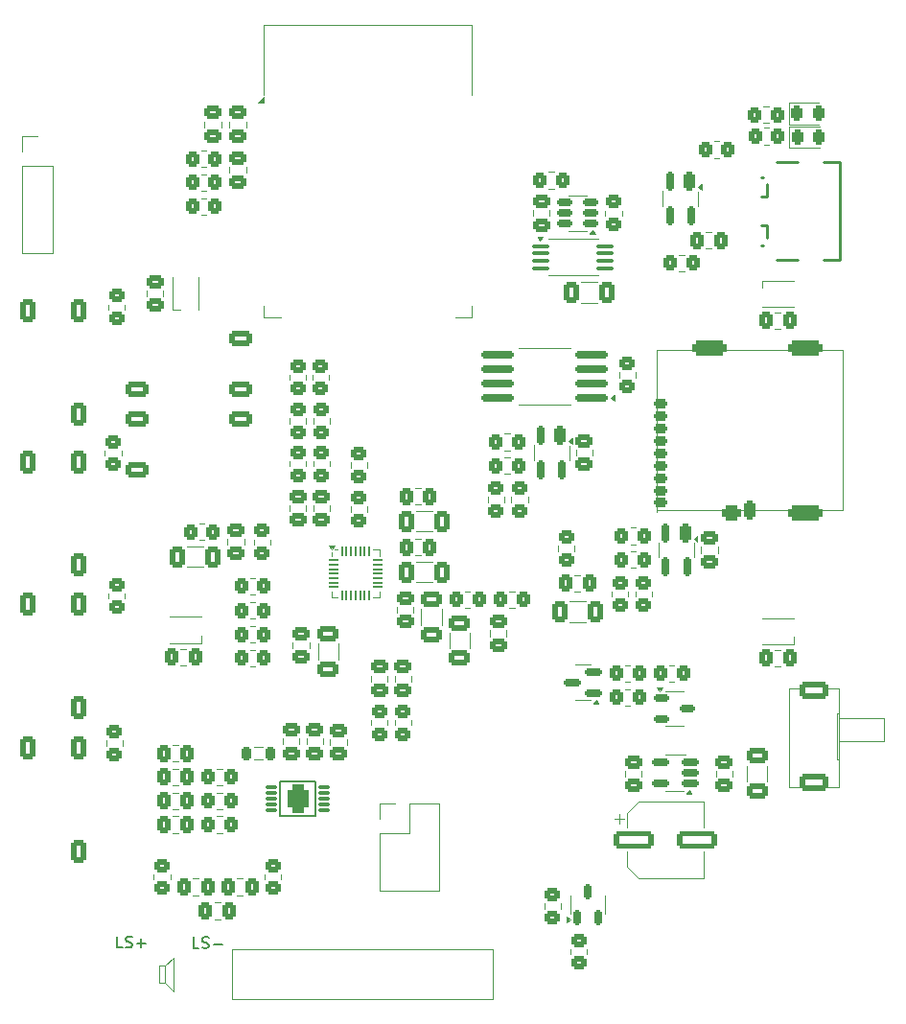
<source format=gto>
G04 #@! TF.GenerationSoftware,KiCad,Pcbnew,8.0.4*
G04 #@! TF.CreationDate,2025-04-22T14:39:33+02:00*
G04 #@! TF.ProjectId,MarvinProjekt,4d617276-696e-4507-926f-6a656b742e6b,rev?*
G04 #@! TF.SameCoordinates,Original*
G04 #@! TF.FileFunction,Legend,Top*
G04 #@! TF.FilePolarity,Positive*
%FSLAX46Y46*%
G04 Gerber Fmt 4.6, Leading zero omitted, Abs format (unit mm)*
G04 Created by KiCad (PCBNEW 8.0.4) date 2025-04-22 14:39:33*
%MOMM*%
%LPD*%
G01*
G04 APERTURE LIST*
G04 Aperture macros list*
%AMRoundRect*
0 Rectangle with rounded corners*
0 $1 Rounding radius*
0 $2 $3 $4 $5 $6 $7 $8 $9 X,Y pos of 4 corners*
0 Add a 4 corners polygon primitive as box body*
4,1,4,$2,$3,$4,$5,$6,$7,$8,$9,$2,$3,0*
0 Add four circle primitives for the rounded corners*
1,1,$1+$1,$2,$3*
1,1,$1+$1,$4,$5*
1,1,$1+$1,$6,$7*
1,1,$1+$1,$8,$9*
0 Add four rect primitives between the rounded corners*
20,1,$1+$1,$2,$3,$4,$5,0*
20,1,$1+$1,$4,$5,$6,$7,0*
20,1,$1+$1,$6,$7,$8,$9,0*
20,1,$1+$1,$8,$9,$2,$3,0*%
G04 Aperture macros list end*
%ADD10C,0.200000*%
%ADD11C,0.120000*%
%ADD12C,0.250000*%
%ADD13C,0.100000*%
%ADD14RoundRect,0.250000X-0.650000X0.412500X-0.650000X-0.412500X0.650000X-0.412500X0.650000X0.412500X0*%
%ADD15RoundRect,0.250000X0.350000X0.450000X-0.350000X0.450000X-0.350000X-0.450000X0.350000X-0.450000X0*%
%ADD16RoundRect,0.250000X-0.350000X-0.450000X0.350000X-0.450000X0.350000X0.450000X-0.350000X0.450000X0*%
%ADD17RoundRect,0.250000X-0.450000X0.350000X-0.450000X-0.350000X0.450000X-0.350000X0.450000X0.350000X0*%
%ADD18RoundRect,0.250000X0.450000X-0.350000X0.450000X0.350000X-0.450000X0.350000X-0.450000X-0.350000X0*%
%ADD19RoundRect,0.250000X0.475000X-0.337500X0.475000X0.337500X-0.475000X0.337500X-0.475000X-0.337500X0*%
%ADD20RoundRect,0.250000X-0.412500X-0.650000X0.412500X-0.650000X0.412500X0.650000X-0.412500X0.650000X0*%
%ADD21RoundRect,0.100000X-0.637500X-0.100000X0.637500X-0.100000X0.637500X0.100000X-0.637500X0.100000X0*%
%ADD22R,0.700000X0.700000*%
%ADD23RoundRect,0.250000X-0.250000X0.600000X-0.250000X-0.600000X0.250000X-0.600000X0.250000X0.600000X0*%
%ADD24RoundRect,0.150000X-0.150000X0.700000X-0.150000X-0.700000X0.150000X-0.700000X0.150000X0.700000X0*%
%ADD25RoundRect,0.050000X-0.362500X-0.050000X0.362500X-0.050000X0.362500X0.050000X-0.362500X0.050000X0*%
%ADD26RoundRect,0.050000X-0.050000X-0.362500X0.050000X-0.362500X0.050000X0.362500X-0.050000X0.362500X0*%
%ADD27R,2.300000X2.300000*%
%ADD28C,0.750000*%
%ADD29O,2.000000X1.100000*%
%ADD30O,1.800000X1.200000*%
%ADD31R,1.300000X0.500000*%
%ADD32R,1.300000X0.280000*%
%ADD33RoundRect,0.250000X-0.337500X-0.475000X0.337500X-0.475000X0.337500X0.475000X-0.337500X0.475000X0*%
%ADD34R,2.100000X1.400000*%
%ADD35RoundRect,0.250000X-0.800000X-0.450000X0.800000X-0.450000X0.800000X0.450000X-0.800000X0.450000X0*%
%ADD36RoundRect,0.243750X-0.243750X-0.456250X0.243750X-0.456250X0.243750X0.456250X-0.243750X0.456250X0*%
%ADD37R,1.400000X2.100000*%
%ADD38RoundRect,0.250000X0.450000X-0.800000X0.450000X0.800000X-0.450000X0.800000X-0.450000X-0.800000X0*%
%ADD39RoundRect,0.250000X-0.475000X0.337500X-0.475000X-0.337500X0.475000X-0.337500X0.475000X0.337500X0*%
%ADD40RoundRect,0.250000X0.800000X0.450000X-0.800000X0.450000X-0.800000X-0.450000X0.800000X-0.450000X0*%
%ADD41RoundRect,0.200000X-0.400000X0.200000X-0.400000X-0.200000X0.400000X-0.200000X0.400000X0.200000X0*%
%ADD42RoundRect,0.325000X-0.525000X0.325000X-0.525000X-0.325000X0.525000X-0.325000X0.525000X0.325000X0*%
%ADD43RoundRect,0.325000X-1.175000X0.325000X-1.175000X-0.325000X1.175000X-0.325000X1.175000X0.325000X0*%
%ADD44R,1.700000X1.700000*%
%ADD45O,1.700000X1.700000*%
%ADD46C,3.200000*%
%ADD47RoundRect,0.250000X0.412500X0.650000X-0.412500X0.650000X-0.412500X-0.650000X0.412500X-0.650000X0*%
%ADD48RoundRect,0.075000X0.425000X-0.075000X0.425000X0.075000X-0.425000X0.075000X-0.425000X-0.075000X0*%
%ADD49RoundRect,0.475000X0.475000X-0.795000X0.475000X0.795000X-0.475000X0.795000X-0.475000X-0.795000X0*%
%ADD50R,1.500000X0.900000*%
%ADD51R,0.900000X1.500000*%
%ADD52C,0.600000*%
%ADD53R,3.900000X3.900000*%
%ADD54RoundRect,0.150000X-0.512500X-0.150000X0.512500X-0.150000X0.512500X0.150000X-0.512500X0.150000X0*%
%ADD55RoundRect,0.175000X1.250000X0.175000X-1.250000X0.175000X-1.250000X-0.175000X1.250000X-0.175000X0*%
%ADD56R,4.570000X4.450000*%
%ADD57RoundRect,0.150000X0.512500X0.150000X-0.512500X0.150000X-0.512500X-0.150000X0.512500X-0.150000X0*%
%ADD58RoundRect,0.150000X0.150000X-0.512500X0.150000X0.512500X-0.150000X0.512500X-0.150000X-0.512500X0*%
%ADD59RoundRect,0.162500X0.617500X0.162500X-0.617500X0.162500X-0.617500X-0.162500X0.617500X-0.162500X0*%
%ADD60RoundRect,0.250000X0.337500X0.475000X-0.337500X0.475000X-0.337500X-0.475000X0.337500X-0.475000X0*%
%ADD61RoundRect,0.218750X-0.218750X-0.381250X0.218750X-0.381250X0.218750X0.381250X-0.218750X0.381250X0*%
%ADD62RoundRect,0.250000X1.000000X-0.500000X1.000000X0.500000X-1.000000X0.500000X-1.000000X-0.500000X0*%
%ADD63C,1.500000*%
%ADD64RoundRect,0.250000X-1.500000X-0.550000X1.500000X-0.550000X1.500000X0.550000X-1.500000X0.550000X0*%
%ADD65RoundRect,0.150000X0.587500X0.150000X-0.587500X0.150000X-0.587500X-0.150000X0.587500X-0.150000X0*%
%ADD66C,0.100000*%
%ADD67C,3.890000*%
G04 APERTURE END LIST*
D10*
X103670863Y-164617219D02*
X103194673Y-164617219D01*
X103194673Y-164617219D02*
X103194673Y-163617219D01*
X103956578Y-164569600D02*
X104099435Y-164617219D01*
X104099435Y-164617219D02*
X104337530Y-164617219D01*
X104337530Y-164617219D02*
X104432768Y-164569600D01*
X104432768Y-164569600D02*
X104480387Y-164521980D01*
X104480387Y-164521980D02*
X104528006Y-164426742D01*
X104528006Y-164426742D02*
X104528006Y-164331504D01*
X104528006Y-164331504D02*
X104480387Y-164236266D01*
X104480387Y-164236266D02*
X104432768Y-164188647D01*
X104432768Y-164188647D02*
X104337530Y-164141028D01*
X104337530Y-164141028D02*
X104147054Y-164093409D01*
X104147054Y-164093409D02*
X104051816Y-164045790D01*
X104051816Y-164045790D02*
X104004197Y-163998171D01*
X104004197Y-163998171D02*
X103956578Y-163902933D01*
X103956578Y-163902933D02*
X103956578Y-163807695D01*
X103956578Y-163807695D02*
X104004197Y-163712457D01*
X104004197Y-163712457D02*
X104051816Y-163664838D01*
X104051816Y-163664838D02*
X104147054Y-163617219D01*
X104147054Y-163617219D02*
X104385149Y-163617219D01*
X104385149Y-163617219D02*
X104528006Y-163664838D01*
X104956578Y-164236266D02*
X105718483Y-164236266D01*
X96920863Y-164567219D02*
X96444673Y-164567219D01*
X96444673Y-164567219D02*
X96444673Y-163567219D01*
X97206578Y-164519600D02*
X97349435Y-164567219D01*
X97349435Y-164567219D02*
X97587530Y-164567219D01*
X97587530Y-164567219D02*
X97682768Y-164519600D01*
X97682768Y-164519600D02*
X97730387Y-164471980D01*
X97730387Y-164471980D02*
X97778006Y-164376742D01*
X97778006Y-164376742D02*
X97778006Y-164281504D01*
X97778006Y-164281504D02*
X97730387Y-164186266D01*
X97730387Y-164186266D02*
X97682768Y-164138647D01*
X97682768Y-164138647D02*
X97587530Y-164091028D01*
X97587530Y-164091028D02*
X97397054Y-164043409D01*
X97397054Y-164043409D02*
X97301816Y-163995790D01*
X97301816Y-163995790D02*
X97254197Y-163948171D01*
X97254197Y-163948171D02*
X97206578Y-163852933D01*
X97206578Y-163852933D02*
X97206578Y-163757695D01*
X97206578Y-163757695D02*
X97254197Y-163662457D01*
X97254197Y-163662457D02*
X97301816Y-163614838D01*
X97301816Y-163614838D02*
X97397054Y-163567219D01*
X97397054Y-163567219D02*
X97635149Y-163567219D01*
X97635149Y-163567219D02*
X97778006Y-163614838D01*
X98206578Y-164186266D02*
X98968483Y-164186266D01*
X98587530Y-164567219D02*
X98587530Y-163805314D01*
D11*
G04 #@! TO.C,C15*
X114190000Y-137726248D02*
X114190000Y-139148752D01*
X116010000Y-137726248D02*
X116010000Y-139148752D01*
G04 #@! TO.C,C9*
X123290000Y-134626248D02*
X123290000Y-136048752D01*
X125110000Y-134626248D02*
X125110000Y-136048752D01*
G04 #@! TO.C,R24*
X105727064Y-150865000D02*
X105272936Y-150865000D01*
X105727064Y-152335000D02*
X105272936Y-152335000D01*
G04 #@! TO.C,R41*
X153510436Y-90265000D02*
X153964564Y-90265000D01*
X153510436Y-91735000D02*
X153964564Y-91735000D01*
G04 #@! TO.C,R46*
X95465000Y-146272936D02*
X95465000Y-146727064D01*
X96935000Y-146272936D02*
X96935000Y-146727064D01*
G04 #@! TO.C,R16*
X111665000Y-114427064D02*
X111665000Y-113972936D01*
X113135000Y-114427064D02*
X113135000Y-113972936D01*
G04 #@! TO.C,R7*
X131527064Y-133102500D02*
X131072936Y-133102500D01*
X131527064Y-134572500D02*
X131072936Y-134572500D01*
G04 #@! TO.C,R21*
X134165000Y-161127064D02*
X134165000Y-160672936D01*
X135635000Y-161127064D02*
X135635000Y-160672936D01*
G04 #@! TO.C,C40*
X136965000Y-121098752D02*
X136965000Y-120576248D01*
X138435000Y-121098752D02*
X138435000Y-120576248D01*
G04 #@! TO.C,R29*
X131265000Y-124772936D02*
X131265000Y-125227064D01*
X132735000Y-124772936D02*
X132735000Y-125227064D01*
G04 #@! TO.C,C14*
X122888748Y-130490000D02*
X124311252Y-130490000D01*
X122888748Y-132310000D02*
X124311252Y-132310000D01*
G04 #@! TO.C,U6*
X136700000Y-101990000D02*
X134500000Y-101990000D01*
X136700000Y-101990000D02*
X138900000Y-101990000D01*
X136700000Y-105210000D02*
X134500000Y-105210000D01*
X136700000Y-105210000D02*
X138900000Y-105210000D01*
X133800000Y-102165000D02*
X133560000Y-101835000D01*
X134040000Y-101835000D01*
X133800000Y-102165000D01*
G36*
X133800000Y-102165000D02*
G01*
X133560000Y-101835000D01*
X134040000Y-101835000D01*
X133800000Y-102165000D01*
G37*
G04 #@! TO.C,U12*
X156220000Y-135450000D02*
X153380000Y-135450000D01*
X156220000Y-137750000D02*
X153380000Y-137750000D01*
X156220000Y-137750000D02*
X156220000Y-137100000D01*
G04 #@! TO.C,R20*
X118865000Y-144927064D02*
X118865000Y-144472936D01*
X120335000Y-144927064D02*
X120335000Y-144472936D01*
G04 #@! TO.C,R17*
X117065000Y-121710436D02*
X117065000Y-122164564D01*
X118535000Y-121710436D02*
X118535000Y-122164564D01*
G04 #@! TO.C,R39*
X131127064Y-121265000D02*
X130672936Y-121265000D01*
X131127064Y-122735000D02*
X130672936Y-122735000D01*
G04 #@! TO.C,D2*
X144290000Y-128787500D02*
X144290000Y-130087500D01*
X147410000Y-130087500D02*
X147410000Y-128817500D01*
X147690000Y-128677500D02*
X147360000Y-128437500D01*
X147690000Y-128197500D01*
X147690000Y-128677500D01*
G36*
X147690000Y-128677500D02*
G01*
X147360000Y-128437500D01*
X147690000Y-128197500D01*
X147690000Y-128677500D01*
G37*
G04 #@! TO.C,U2*
X115390000Y-129977500D02*
X115390000Y-129667500D01*
X115390000Y-133647500D02*
X115390000Y-133097500D01*
X115940000Y-129427500D02*
X115690000Y-129427500D01*
X115940000Y-133647500D02*
X115390000Y-133647500D01*
X119060000Y-129427500D02*
X119610000Y-129427500D01*
X119060000Y-133647500D02*
X119610000Y-133647500D01*
X119610000Y-129427500D02*
X119610000Y-129977500D01*
X119610000Y-133647500D02*
X119610000Y-133097500D01*
X115390000Y-129427500D02*
X115150000Y-129097500D01*
X115630000Y-129097500D01*
X115390000Y-129427500D01*
G36*
X115390000Y-129427500D02*
G01*
X115150000Y-129097500D01*
X115630000Y-129097500D01*
X115390000Y-129427500D01*
G37*
D12*
G04 #@! TO.C,X1*
X153460000Y-96520000D02*
X153300000Y-96520000D01*
X153460000Y-102520000D02*
X153300000Y-102520000D01*
X153820000Y-98270000D02*
X153300000Y-98270000D01*
X153820000Y-98270000D02*
X153820000Y-97160000D01*
X153820000Y-100770000D02*
X153300000Y-100770000D01*
X153820000Y-101880000D02*
X153820000Y-100770000D01*
X156530000Y-95200000D02*
X154720000Y-95200000D01*
X156530000Y-103840000D02*
X154720000Y-103840000D01*
X160270000Y-95200000D02*
X158800000Y-95200000D01*
X160270000Y-95200000D02*
X160270000Y-103840000D01*
X160270000Y-103840000D02*
X158800000Y-103840000D01*
D11*
G04 #@! TO.C,R18*
X117065000Y-125610436D02*
X117065000Y-126064564D01*
X118535000Y-125610436D02*
X118535000Y-126064564D01*
G04 #@! TO.C,R3*
X103872936Y-94165000D02*
X104327064Y-94165000D01*
X103872936Y-95635000D02*
X104327064Y-95635000D01*
G04 #@! TO.C,R42*
X140765000Y-114227064D02*
X140765000Y-113772936D01*
X142235000Y-114227064D02*
X142235000Y-113772936D01*
G04 #@! TO.C,C13*
X122851248Y-125990000D02*
X124273752Y-125990000D01*
X122851248Y-127810000D02*
X124273752Y-127810000D01*
G04 #@! TO.C,R38*
X153572936Y-92165000D02*
X154027064Y-92165000D01*
X153572936Y-93635000D02*
X154027064Y-93635000D01*
G04 #@! TO.C,C42*
X102038748Y-138165000D02*
X102561252Y-138165000D01*
X102038748Y-139635000D02*
X102561252Y-139635000D01*
G04 #@! TO.C,R25*
X99665000Y-158527064D02*
X99665000Y-158072936D01*
X101135000Y-158527064D02*
X101135000Y-158072936D01*
G04 #@! TO.C,R12*
X108627064Y-131902500D02*
X108172936Y-131902500D01*
X108627064Y-133372500D02*
X108172936Y-133372500D01*
G04 #@! TO.C,D5*
X155752500Y-89940000D02*
X155752500Y-91860000D01*
X155752500Y-91860000D02*
X158437500Y-91860000D01*
X158437500Y-89940000D02*
X155752500Y-89940000D01*
G04 #@! TO.C,C21*
X152040000Y-148488748D02*
X152040000Y-149911252D01*
X153860000Y-148488748D02*
X153860000Y-149911252D01*
G04 #@! TO.C,C34*
X136388748Y-133990000D02*
X137811252Y-133990000D01*
X136388748Y-135810000D02*
X137811252Y-135810000D01*
G04 #@! TO.C,R35*
X139565000Y-99927064D02*
X139565000Y-99472936D01*
X141035000Y-99927064D02*
X141035000Y-99472936D01*
G04 #@! TO.C,R2*
X146527064Y-103365000D02*
X146072936Y-103365000D01*
X146527064Y-104835000D02*
X146072936Y-104835000D01*
G04 #@! TO.C,R1*
X149627064Y-93365000D02*
X149172936Y-93365000D01*
X149627064Y-94835000D02*
X149172936Y-94835000D01*
G04 #@! TO.C,R51*
X113665000Y-113972936D02*
X113665000Y-114427064D01*
X115135000Y-113972936D02*
X115135000Y-114427064D01*
G04 #@! TO.C,C37*
X149315000Y-148938748D02*
X149315000Y-149461252D01*
X150785000Y-148938748D02*
X150785000Y-149461252D01*
G04 #@! TO.C,R10*
X111665000Y-117810436D02*
X111665000Y-118264564D01*
X113135000Y-117810436D02*
X113135000Y-118264564D01*
G04 #@! TO.C,R31*
X140115000Y-133110436D02*
X140115000Y-133564564D01*
X141585000Y-133110436D02*
X141585000Y-133564564D01*
G04 #@! TO.C,C23*
X115265000Y-146661252D02*
X115265000Y-146138748D01*
X116735000Y-146661252D02*
X116735000Y-146138748D01*
D13*
G04 #@! TO.C,U4*
X144100000Y-111765000D02*
X160550000Y-111765000D01*
X144100000Y-126065000D02*
X144100000Y-111765000D01*
X160550000Y-111765000D02*
X160550000Y-116065000D01*
X160550000Y-115965000D02*
X160550000Y-125965000D01*
X160550000Y-125965000D02*
X144100000Y-125965000D01*
D11*
G04 #@! TO.C,C19*
X120965000Y-141061252D02*
X120965000Y-140538748D01*
X122435000Y-141061252D02*
X122435000Y-140538748D01*
G04 #@! TO.C,J2*
X88070000Y-92930000D02*
X89400000Y-92930000D01*
X88070000Y-94260000D02*
X88070000Y-92930000D01*
X88070000Y-95530000D02*
X88070000Y-103210000D01*
X88070000Y-95530000D02*
X90730000Y-95530000D01*
X88070000Y-103210000D02*
X90730000Y-103210000D01*
X90730000Y-95530000D02*
X90730000Y-103210000D01*
D13*
G04 #@! TO.C,LS1*
X100650000Y-166150000D02*
X101450000Y-165450000D01*
X101450000Y-165450000D02*
X101450000Y-168400000D01*
X101450000Y-168400000D02*
X100650000Y-167650000D01*
X100150000Y-166150000D02*
X100650000Y-166150000D01*
X100650000Y-167650000D01*
X100150000Y-167650000D01*
X100150000Y-166150000D01*
D11*
G04 #@! TO.C,R5*
X104164564Y-127102500D02*
X103710436Y-127102500D01*
X104164564Y-128572500D02*
X103710436Y-128572500D01*
G04 #@! TO.C,R30*
X135365000Y-129072936D02*
X135365000Y-129527064D01*
X136835000Y-129072936D02*
X136835000Y-129527064D01*
G04 #@! TO.C,C31*
X107038748Y-158465000D02*
X107561252Y-158465000D01*
X107038748Y-159935000D02*
X107561252Y-159935000D01*
G04 #@! TO.C,C17*
X122738748Y-128465000D02*
X123261252Y-128465000D01*
X122738748Y-129935000D02*
X123261252Y-129935000D01*
G04 #@! TO.C,C7*
X121165000Y-134476248D02*
X121165000Y-134998752D01*
X122635000Y-134476248D02*
X122635000Y-134998752D01*
G04 #@! TO.C,C24*
X113165000Y-146623752D02*
X113165000Y-146101248D01*
X114635000Y-146623752D02*
X114635000Y-146101248D01*
G04 #@! TO.C,C36*
X138811252Y-105790000D02*
X137388748Y-105790000D01*
X138811252Y-107610000D02*
X137388748Y-107610000D01*
G04 #@! TO.C,R48*
X141764564Y-141715000D02*
X141310436Y-141715000D01*
X141764564Y-143185000D02*
X141310436Y-143185000D01*
G04 #@! TO.C,R33*
X103872936Y-98365000D02*
X104327064Y-98365000D01*
X103872936Y-99835000D02*
X104327064Y-99835000D01*
G04 #@! TO.C,R8*
X111665000Y-122064564D02*
X111665000Y-121610436D01*
X113135000Y-122064564D02*
X113135000Y-121610436D01*
G04 #@! TO.C,R11*
X113765000Y-117810436D02*
X113765000Y-118264564D01*
X115235000Y-117810436D02*
X115235000Y-118264564D01*
G04 #@! TO.C,U3*
D10*
X110850000Y-149850000D02*
X113950000Y-149850000D01*
X113950000Y-152950000D01*
X110850000Y-152950000D01*
X110850000Y-149850000D01*
D11*
G04 #@! TO.C,U1*
X109400000Y-83040000D02*
X109400000Y-89240000D01*
X109400000Y-83040000D02*
X127800000Y-83040000D01*
X109400000Y-107890000D02*
X109400000Y-108890000D01*
X109400000Y-108890000D02*
X110900000Y-108890000D01*
X127800000Y-83040000D02*
X127800000Y-89240000D01*
X127800000Y-108890000D02*
X126300000Y-108890000D01*
X127800000Y-108890000D02*
X127800000Y-107890000D01*
X109400000Y-89915000D02*
X108900000Y-89915000D01*
X109400000Y-89415000D01*
X109400000Y-89915000D01*
G36*
X109400000Y-89915000D02*
G01*
X108900000Y-89915000D01*
X109400000Y-89415000D01*
X109400000Y-89915000D01*
G37*
G04 #@! TO.C,C2*
X104165000Y-92123752D02*
X104165000Y-91601248D01*
X105635000Y-92123752D02*
X105635000Y-91601248D01*
G04 #@! TO.C,C35*
X133165000Y-99438748D02*
X133165000Y-99961252D01*
X134635000Y-99438748D02*
X134635000Y-99961252D01*
G04 #@! TO.C,R15*
X108627064Y-136165000D02*
X108172936Y-136165000D01*
X108627064Y-137635000D02*
X108172936Y-137635000D01*
G04 #@! TO.C,C6*
X102626248Y-129127500D02*
X104048752Y-129127500D01*
X102626248Y-130947500D02*
X104048752Y-130947500D01*
G04 #@! TO.C,C29*
X101338748Y-150865000D02*
X101861252Y-150865000D01*
X101338748Y-152335000D02*
X101861252Y-152335000D01*
G04 #@! TO.C,U13*
X153380000Y-105650000D02*
X153380000Y-106300000D01*
X153380000Y-105650000D02*
X156220000Y-105650000D01*
X153380000Y-107950000D02*
X156220000Y-107950000D01*
G04 #@! TO.C,C4*
X106365000Y-95638748D02*
X106365000Y-96161252D01*
X107835000Y-95638748D02*
X107835000Y-96161252D01*
G04 #@! TO.C,D1*
X144640000Y-97750000D02*
X144640000Y-99050000D01*
X147760000Y-99050000D02*
X147760000Y-97780000D01*
X148040000Y-97640000D02*
X147710000Y-97400000D01*
X148040000Y-97160000D01*
X148040000Y-97640000D01*
G36*
X148040000Y-97640000D02*
G01*
X147710000Y-97400000D01*
X148040000Y-97160000D01*
X148040000Y-97640000D01*
G37*
G04 #@! TO.C,R4*
X108502500Y-128510436D02*
X108502500Y-128964564D01*
X109972500Y-128510436D02*
X109972500Y-128964564D01*
G04 #@! TO.C,U11*
X103920000Y-135350000D02*
X101080000Y-135350000D01*
X103920000Y-137650000D02*
X101080000Y-137650000D01*
X103920000Y-137650000D02*
X103920000Y-137000000D01*
G04 #@! TO.C,Q2*
X145637500Y-141890000D02*
X144837500Y-141890000D01*
X145637500Y-141890000D02*
X146437500Y-141890000D01*
X145637500Y-145010000D02*
X144837500Y-145010000D01*
X145637500Y-145010000D02*
X146437500Y-145010000D01*
X144337500Y-141940000D02*
X144097500Y-141610000D01*
X144577500Y-141610000D01*
X144337500Y-141940000D01*
G36*
X144337500Y-141940000D02*
G01*
X144097500Y-141610000D01*
X144577500Y-141610000D01*
X144337500Y-141940000D01*
G37*
G04 #@! TO.C,D3*
X133240000Y-120187500D02*
X133240000Y-121487500D01*
X136360000Y-121487500D02*
X136360000Y-120217500D01*
X136640000Y-120077500D02*
X136310000Y-119837500D01*
X136640000Y-119597500D01*
X136640000Y-120077500D01*
G36*
X136640000Y-120077500D02*
G01*
X136310000Y-119837500D01*
X136640000Y-119597500D01*
X136640000Y-120077500D01*
G37*
G04 #@! TO.C,C32*
X105038748Y-160565000D02*
X105561252Y-160565000D01*
X105038748Y-162035000D02*
X105561252Y-162035000D01*
G04 #@! TO.C,R9*
X113765000Y-122064564D02*
X113765000Y-121610436D01*
X115235000Y-122064564D02*
X115235000Y-121610436D01*
G04 #@! TO.C,U7*
X134210000Y-111585000D02*
X131925000Y-111585000D01*
X134210000Y-111585000D02*
X136495000Y-111585000D01*
X134210000Y-116615000D02*
X131925000Y-116615000D01*
X134210000Y-116615000D02*
X136495000Y-116615000D01*
X140375000Y-116245000D02*
X140045000Y-116005000D01*
X140375000Y-115765000D01*
X140375000Y-116245000D01*
G36*
X140375000Y-116245000D02*
G01*
X140045000Y-116005000D01*
X140375000Y-115765000D01*
X140375000Y-116245000D01*
G37*
G04 #@! TO.C,U5*
X137100000Y-98140000D02*
X136300000Y-98140000D01*
X137100000Y-98140000D02*
X137900000Y-98140000D01*
X137100000Y-101260000D02*
X136300000Y-101260000D01*
X137100000Y-101260000D02*
X137900000Y-101260000D01*
X138640000Y-101540000D02*
X138160000Y-101540000D01*
X138400000Y-101210000D01*
X138640000Y-101540000D01*
G36*
X138640000Y-101540000D02*
G01*
X138160000Y-101540000D01*
X138400000Y-101210000D01*
X138640000Y-101540000D01*
G37*
G04 #@! TO.C,C28*
X101338748Y-152965000D02*
X101861252Y-152965000D01*
X101338748Y-154435000D02*
X101861252Y-154435000D01*
G04 #@! TO.C,C41*
X99065000Y-106538748D02*
X99065000Y-107061252D01*
X100535000Y-106538748D02*
X100535000Y-107061252D01*
G04 #@! TO.C,R32*
X142215000Y-133110436D02*
X142215000Y-133564564D01*
X143685000Y-133110436D02*
X143685000Y-133564564D01*
G04 #@! TO.C,R19*
X120965000Y-144927064D02*
X120965000Y-144472936D01*
X122435000Y-144927064D02*
X122435000Y-144472936D01*
G04 #@! TO.C,U10*
D13*
X106600000Y-164700000D02*
X129600000Y-164700000D01*
X129600000Y-169100000D01*
X106600000Y-169100000D01*
X106600000Y-164700000D01*
D11*
G04 #@! TO.C,Q1*
X136440000Y-160800000D02*
X136440000Y-160000000D01*
X136440000Y-160800000D02*
X136440000Y-161600000D01*
X139560000Y-160800000D02*
X139560000Y-160000000D01*
X139560000Y-160800000D02*
X139560000Y-161600000D01*
X136490000Y-162100000D02*
X136160000Y-162340000D01*
X136160000Y-161860000D01*
X136490000Y-162100000D01*
G36*
X136490000Y-162100000D02*
G01*
X136160000Y-162340000D01*
X136160000Y-161860000D01*
X136490000Y-162100000D01*
G37*
G04 #@! TO.C,C43*
X154538748Y-138265000D02*
X155061252Y-138265000D01*
X154538748Y-139735000D02*
X155061252Y-139735000D01*
G04 #@! TO.C,U8*
X145650000Y-150710000D02*
X144850000Y-150710000D01*
X145650000Y-150710000D02*
X146450000Y-150710000D01*
X146650000Y-147490000D02*
X144850000Y-147490000D01*
X147190000Y-150990000D02*
X146710000Y-150990000D01*
X146950000Y-150660000D01*
X147190000Y-150990000D01*
G36*
X147190000Y-150990000D02*
G01*
X146710000Y-150990000D01*
X146950000Y-150660000D01*
X147190000Y-150990000D01*
G37*
G04 #@! TO.C,R43*
X95365000Y-120672936D02*
X95365000Y-121127064D01*
X96835000Y-120672936D02*
X96835000Y-121127064D01*
G04 #@! TO.C,C26*
X101861252Y-148765000D02*
X101338748Y-148765000D01*
X101861252Y-150235000D02*
X101338748Y-150235000D01*
G04 #@! TO.C,R44*
X95665000Y-133272936D02*
X95665000Y-133727064D01*
X97135000Y-133272936D02*
X97135000Y-133727064D01*
G04 #@! TO.C,R26*
X109465000Y-158527064D02*
X109465000Y-158072936D01*
X110935000Y-158527064D02*
X110935000Y-158072936D01*
G04 #@! TO.C,C44*
X155061252Y-108465000D02*
X154538748Y-108465000D01*
X155061252Y-109935000D02*
X154538748Y-109935000D01*
G04 #@! TO.C,J1*
X119670000Y-151830000D02*
X121000000Y-151830000D01*
X119670000Y-153160000D02*
X119670000Y-151830000D01*
X119670000Y-154430000D02*
X119670000Y-159570000D01*
X119670000Y-154430000D02*
X122270000Y-154430000D01*
X119670000Y-159570000D02*
X124870000Y-159570000D01*
X122270000Y-151830000D02*
X124870000Y-151830000D01*
X122270000Y-154430000D02*
X122270000Y-151830000D01*
X124870000Y-151830000D02*
X124870000Y-159570000D01*
G04 #@! TO.C,C25*
X111065000Y-146623752D02*
X111065000Y-146101248D01*
X112535000Y-146623752D02*
X112535000Y-146101248D01*
G04 #@! TO.C,C12*
X111665000Y-125476248D02*
X111665000Y-125998752D01*
X113135000Y-125476248D02*
X113135000Y-125998752D01*
G04 #@! TO.C,R27*
X103872936Y-96265000D02*
X104327064Y-96265000D01*
X103872936Y-97735000D02*
X104327064Y-97735000D01*
G04 #@! TO.C,R13*
X108627064Y-134052500D02*
X108172936Y-134052500D01*
X108627064Y-135522500D02*
X108172936Y-135522500D01*
G04 #@! TO.C,R50*
X141310436Y-139615000D02*
X141764564Y-139615000D01*
X141310436Y-141085000D02*
X141764564Y-141085000D01*
G04 #@! TO.C,R45*
X95665000Y-107772936D02*
X95665000Y-108227064D01*
X97135000Y-107772936D02*
X97135000Y-108227064D01*
G04 #@! TO.C,R34*
X135027064Y-96065000D02*
X134572936Y-96065000D01*
X135027064Y-97535000D02*
X134572936Y-97535000D01*
G04 #@! TO.C,R6*
X127627064Y-133102500D02*
X127172936Y-133102500D01*
X127627064Y-134572500D02*
X127172936Y-134572500D01*
G04 #@! TO.C,C20*
X118865000Y-141061252D02*
X118865000Y-140538748D01*
X120335000Y-141061252D02*
X120335000Y-140538748D01*
G04 #@! TO.C,R49*
X145210436Y-139615000D02*
X145664564Y-139615000D01*
X145210436Y-141085000D02*
X145664564Y-141085000D01*
G04 #@! TO.C,C11*
X113765000Y-125476248D02*
X113765000Y-125998752D01*
X115235000Y-125476248D02*
X115235000Y-125998752D01*
G04 #@! TO.C,C5*
X106202500Y-128476248D02*
X106202500Y-128998752D01*
X107672500Y-128476248D02*
X107672500Y-128998752D01*
G04 #@! TO.C,R14*
X108627064Y-138265000D02*
X108172936Y-138265000D01*
X108627064Y-139735000D02*
X108172936Y-139735000D01*
G04 #@! TO.C,R47*
X136465000Y-164672936D02*
X136465000Y-165127064D01*
X137935000Y-164672936D02*
X137935000Y-165127064D01*
G04 #@! TO.C,C16*
X122738748Y-123965000D02*
X123261252Y-123965000D01*
X122738748Y-125435000D02*
X123261252Y-125435000D01*
G04 #@! TO.C,FB1*
X108537878Y-146840000D02*
X109337122Y-146840000D01*
X108537878Y-147960000D02*
X109337122Y-147960000D01*
G04 #@! TO.C,R40*
X131127064Y-119165000D02*
X130672936Y-119165000D01*
X131127064Y-120635000D02*
X130672936Y-120635000D01*
D13*
G04 #@! TO.C,SW7*
X155800000Y-141700000D02*
X160200000Y-141700000D01*
X155800000Y-150400000D02*
X155800000Y-141700000D01*
X155800000Y-150400000D02*
X160200000Y-150400000D01*
X160000000Y-143900000D02*
X160200000Y-143900000D01*
X160000000Y-147900000D02*
X160000000Y-143900000D01*
X160200000Y-141700000D02*
X160200000Y-150400000D01*
X160200000Y-144300000D02*
X164200000Y-144300000D01*
X160200000Y-147900000D02*
X160000000Y-147900000D01*
X164200000Y-144300000D02*
X164200000Y-146300000D01*
X164200000Y-146300000D02*
X160200000Y-146300000D01*
D11*
G04 #@! TO.C,C1*
X148961252Y-101365000D02*
X148438748Y-101365000D01*
X148961252Y-102835000D02*
X148438748Y-102835000D01*
G04 #@! TO.C,C39*
X140412500Y-153190000D02*
X141200000Y-153190000D01*
X140806250Y-152796250D02*
X140806250Y-153583750D01*
X141440000Y-152691937D02*
X141440000Y-153977500D01*
X141440000Y-152691937D02*
X142504437Y-151627500D01*
X141440000Y-157383063D02*
X141440000Y-156097500D01*
X141440000Y-157383063D02*
X142504437Y-158447500D01*
X142504437Y-151627500D02*
X148260000Y-151627500D01*
X142504437Y-158447500D02*
X148260000Y-158447500D01*
X148260000Y-151627500D02*
X148260000Y-153977500D01*
X148260000Y-158447500D02*
X148260000Y-156097500D01*
G04 #@! TO.C,R37*
X142227064Y-127465000D02*
X141772936Y-127465000D01*
X142227064Y-128935000D02*
X141772936Y-128935000D01*
G04 #@! TO.C,C3*
X106365000Y-92123752D02*
X106365000Y-91601248D01*
X107835000Y-92123752D02*
X107835000Y-91601248D01*
G04 #@! TO.C,C10*
X125790000Y-136726248D02*
X125790000Y-138148752D01*
X127610000Y-136726248D02*
X127610000Y-138148752D01*
G04 #@! TO.C,R36*
X142227064Y-129565000D02*
X141772936Y-129565000D01*
X142227064Y-131035000D02*
X141772936Y-131035000D01*
G04 #@! TO.C,C8*
X129365000Y-136538748D02*
X129365000Y-137061252D01*
X130835000Y-136538748D02*
X130835000Y-137061252D01*
G04 #@! TO.C,C22*
X148015000Y-129698752D02*
X148015000Y-129176248D01*
X149485000Y-129698752D02*
X149485000Y-129176248D01*
G04 #@! TO.C,R28*
X129165000Y-124772936D02*
X129165000Y-125227064D01*
X130635000Y-124772936D02*
X130635000Y-125227064D01*
G04 #@! TO.C,Q3*
X137575000Y-139590000D02*
X136925000Y-139590000D01*
X137575000Y-139590000D02*
X138225000Y-139590000D01*
X137575000Y-142710000D02*
X136925000Y-142710000D01*
X137575000Y-142710000D02*
X138225000Y-142710000D01*
X138977500Y-142990000D02*
X138497500Y-142990000D01*
X138737500Y-142660000D01*
X138977500Y-142990000D01*
G36*
X138977500Y-142990000D02*
G01*
X138497500Y-142990000D01*
X138737500Y-142660000D01*
X138977500Y-142990000D01*
G37*
G04 #@! TO.C,C30*
X103138748Y-158465000D02*
X103661252Y-158465000D01*
X103138748Y-159935000D02*
X103661252Y-159935000D01*
G04 #@! TO.C,U9*
X101350000Y-108220000D02*
X101350000Y-105380000D01*
X101350000Y-108220000D02*
X102000000Y-108220000D01*
X103650000Y-108220000D02*
X103650000Y-105380000D01*
G04 #@! TO.C,R23*
X105272936Y-152965000D02*
X105727064Y-152965000D01*
X105272936Y-154435000D02*
X105727064Y-154435000D01*
G04 #@! TO.C,R22*
X105272936Y-148765000D02*
X105727064Y-148765000D01*
X105272936Y-150235000D02*
X105727064Y-150235000D01*
G04 #@! TO.C,C18*
X111965000Y-137613748D02*
X111965000Y-138136252D01*
X113435000Y-137613748D02*
X113435000Y-138136252D01*
G04 #@! TO.C,C33*
X136838748Y-131665000D02*
X137361252Y-131665000D01*
X136838748Y-133135000D02*
X137361252Y-133135000D01*
G04 #@! TO.C,C27*
X101338748Y-146665000D02*
X101861252Y-146665000D01*
X101338748Y-148135000D02*
X101861252Y-148135000D01*
G04 #@! TO.C,C38*
X141315000Y-149461252D02*
X141315000Y-148938748D01*
X142785000Y-149461252D02*
X142785000Y-148938748D01*
G04 #@! TO.C,D4*
X155815000Y-92040000D02*
X155815000Y-93960000D01*
X155815000Y-93960000D02*
X158500000Y-93960000D01*
X158500000Y-92040000D02*
X155815000Y-92040000D01*
G04 #@! TD*
%LPC*%
D14*
G04 #@! TO.C,C15*
X115100000Y-136875000D03*
X115100000Y-140000000D03*
G04 #@! TD*
G04 #@! TO.C,C9*
X124200000Y-133775000D03*
X124200000Y-136900000D03*
G04 #@! TD*
D15*
G04 #@! TO.C,R24*
X106500000Y-151600000D03*
X104500000Y-151600000D03*
G04 #@! TD*
D16*
G04 #@! TO.C,R41*
X152737500Y-91000000D03*
X154737500Y-91000000D03*
G04 #@! TD*
D17*
G04 #@! TO.C,R46*
X96200000Y-145500000D03*
X96200000Y-147500000D03*
G04 #@! TD*
D18*
G04 #@! TO.C,R16*
X112400000Y-115200000D03*
X112400000Y-113200000D03*
G04 #@! TD*
D15*
G04 #@! TO.C,R7*
X132300000Y-133837500D03*
X130300000Y-133837500D03*
G04 #@! TD*
D18*
G04 #@! TO.C,R21*
X134900000Y-161900000D03*
X134900000Y-159900000D03*
G04 #@! TD*
D19*
G04 #@! TO.C,C40*
X137700000Y-121875000D03*
X137700000Y-119800000D03*
G04 #@! TD*
D17*
G04 #@! TO.C,R29*
X132000000Y-124000000D03*
X132000000Y-126000000D03*
G04 #@! TD*
D20*
G04 #@! TO.C,C14*
X122037500Y-131400000D03*
X125162500Y-131400000D03*
G04 #@! TD*
D21*
G04 #@! TO.C,U6*
X133837500Y-102625000D03*
X133837500Y-103275000D03*
X133837500Y-103925000D03*
X133837500Y-104575000D03*
X139562500Y-104575000D03*
X139562500Y-103925000D03*
X139562500Y-103275000D03*
X139562500Y-102625000D03*
G04 #@! TD*
D22*
G04 #@! TO.C,U12*
X155715000Y-137150000D03*
X155715000Y-136050000D03*
X153885000Y-136050000D03*
X153885000Y-137150000D03*
G04 #@! TD*
D18*
G04 #@! TO.C,R20*
X119600000Y-145700000D03*
X119600000Y-143700000D03*
G04 #@! TD*
D17*
G04 #@! TO.C,R17*
X117800000Y-120937500D03*
X117800000Y-122937500D03*
G04 #@! TD*
D15*
G04 #@! TO.C,R39*
X131900000Y-122000000D03*
X129900000Y-122000000D03*
G04 #@! TD*
D23*
G04 #@! TO.C,D2*
X146600000Y-127937500D03*
D24*
X144900000Y-127937500D03*
X144900000Y-130937500D03*
X146800000Y-130937500D03*
G04 #@! TD*
D25*
G04 #@! TO.C,U2*
X115562500Y-130337500D03*
X115562500Y-130737500D03*
X115562500Y-131137500D03*
X115562500Y-131537500D03*
X115562500Y-131937500D03*
X115562500Y-132337500D03*
X115562500Y-132737500D03*
D26*
X116300000Y-133475000D03*
X116700000Y-133475000D03*
X117100000Y-133475000D03*
X117500000Y-133475000D03*
X117900000Y-133475000D03*
X118300000Y-133475000D03*
X118700000Y-133475000D03*
D25*
X119437500Y-132737500D03*
X119437500Y-132337500D03*
X119437500Y-131937500D03*
X119437500Y-131537500D03*
X119437500Y-131137500D03*
X119437500Y-130737500D03*
X119437500Y-130337500D03*
D26*
X118700000Y-129600000D03*
X118300000Y-129600000D03*
X117900000Y-129600000D03*
X117500000Y-129600000D03*
X117100000Y-129600000D03*
X116700000Y-129600000D03*
X116300000Y-129600000D03*
D27*
X117500000Y-131537500D03*
G04 #@! TD*
D28*
G04 #@! TO.C,X1*
X154090000Y-102410000D03*
X154090000Y-96630000D03*
D29*
X153480000Y-103840000D03*
D30*
X157680000Y-103840000D03*
D29*
X153480000Y-95200000D03*
D30*
X157680000Y-95200000D03*
D31*
X152420000Y-102720000D03*
X152420000Y-101920000D03*
D32*
X152420000Y-100770000D03*
X152420000Y-99770000D03*
X152420000Y-99270000D03*
X152420000Y-98270000D03*
D31*
X152420000Y-97120000D03*
X152420000Y-96320000D03*
D32*
X152420000Y-97770000D03*
X152420000Y-98770000D03*
X152420000Y-100270000D03*
X152420000Y-101270000D03*
G04 #@! TD*
D17*
G04 #@! TO.C,R18*
X117800000Y-124837500D03*
X117800000Y-126837500D03*
G04 #@! TD*
D16*
G04 #@! TO.C,R3*
X103100000Y-94900000D03*
X105100000Y-94900000D03*
G04 #@! TD*
D18*
G04 #@! TO.C,R42*
X141500000Y-115000000D03*
X141500000Y-113000000D03*
G04 #@! TD*
D20*
G04 #@! TO.C,C13*
X122000000Y-126900000D03*
X125125000Y-126900000D03*
G04 #@! TD*
D16*
G04 #@! TO.C,R38*
X152800000Y-92900000D03*
X154800000Y-92900000D03*
G04 #@! TD*
D33*
G04 #@! TO.C,C42*
X101262500Y-138900000D03*
X103337500Y-138900000D03*
G04 #@! TD*
D34*
G04 #@! TO.C,SW2*
X98250000Y-110729456D03*
D35*
X98250000Y-115229456D03*
X107350000Y-115229456D03*
X107350000Y-110729456D03*
G04 #@! TD*
D18*
G04 #@! TO.C,R25*
X100400000Y-159300000D03*
X100400000Y-157300000D03*
G04 #@! TD*
D15*
G04 #@! TO.C,R12*
X109400000Y-132637500D03*
X107400000Y-132637500D03*
G04 #@! TD*
D36*
G04 #@! TO.C,D5*
X156500000Y-90900000D03*
X158375000Y-90900000D03*
G04 #@! TD*
D14*
G04 #@! TO.C,C21*
X152950000Y-147637500D03*
X152950000Y-150762500D03*
G04 #@! TD*
D20*
G04 #@! TO.C,C34*
X135537500Y-134900000D03*
X138662500Y-134900000D03*
G04 #@! TD*
D18*
G04 #@! TO.C,R35*
X140300000Y-100700000D03*
X140300000Y-98700000D03*
G04 #@! TD*
D37*
G04 #@! TO.C,SW6*
X88529456Y-156050000D03*
D38*
X93029456Y-156050000D03*
X93029456Y-146950000D03*
X88529456Y-146950000D03*
G04 #@! TD*
D15*
G04 #@! TO.C,R2*
X147300000Y-104100000D03*
X145300000Y-104100000D03*
G04 #@! TD*
G04 #@! TO.C,R1*
X150400000Y-94100000D03*
X148400000Y-94100000D03*
G04 #@! TD*
D17*
G04 #@! TO.C,R51*
X114400000Y-113200000D03*
X114400000Y-115200000D03*
G04 #@! TD*
D37*
G04 #@! TO.C,SW3*
X88529456Y-130750000D03*
D38*
X93029456Y-130750000D03*
X93029456Y-121650000D03*
X88529456Y-121650000D03*
G04 #@! TD*
D39*
G04 #@! TO.C,C37*
X150050000Y-148162500D03*
X150050000Y-150237500D03*
G04 #@! TD*
D17*
G04 #@! TO.C,R10*
X112400000Y-117037500D03*
X112400000Y-119037500D03*
G04 #@! TD*
D34*
G04 #@! TO.C,SW1*
X107350000Y-122370544D03*
D40*
X107350000Y-117870544D03*
X98250000Y-117870544D03*
X98250000Y-122370544D03*
G04 #@! TD*
D17*
G04 #@! TO.C,R31*
X140850000Y-132337500D03*
X140850000Y-134337500D03*
G04 #@! TD*
D19*
G04 #@! TO.C,C23*
X116000000Y-147437500D03*
X116000000Y-145362500D03*
G04 #@! TD*
D41*
G04 #@! TO.C,U4*
X144400000Y-116545000D03*
X144400000Y-117645000D03*
X144400000Y-118745000D03*
X144400000Y-119845000D03*
X144400000Y-120945000D03*
X144400000Y-122045000D03*
X144400000Y-123145000D03*
X144400000Y-124245000D03*
X144400000Y-125245000D03*
D42*
X150700000Y-126165000D03*
D23*
X152300000Y-125965000D03*
D43*
X157250000Y-126165000D03*
X157250000Y-111635000D03*
X148750000Y-111635000D03*
G04 #@! TD*
D19*
G04 #@! TO.C,C19*
X121700000Y-141837500D03*
X121700000Y-139762500D03*
G04 #@! TD*
D44*
G04 #@! TO.C,J2*
X89400000Y-94260000D03*
D45*
X89400000Y-96800000D03*
X89400000Y-99340000D03*
X89400000Y-101880000D03*
G04 #@! TD*
D46*
G04 #@! TO.C,LS1*
X97725000Y-166900000D03*
X103925000Y-166900000D03*
G04 #@! TD*
D15*
G04 #@! TO.C,R5*
X104937500Y-127837500D03*
X102937500Y-127837500D03*
G04 #@! TD*
D17*
G04 #@! TO.C,R30*
X136100000Y-128300000D03*
X136100000Y-130300000D03*
G04 #@! TD*
D46*
G04 #@! TO.C,REF\u002A\u002A*
X90700000Y-86600000D03*
G04 #@! TD*
D33*
G04 #@! TO.C,C31*
X106262500Y-159200000D03*
X108337500Y-159200000D03*
G04 #@! TD*
G04 #@! TO.C,C17*
X121962500Y-129200000D03*
X124037500Y-129200000D03*
G04 #@! TD*
D39*
G04 #@! TO.C,C7*
X121900000Y-133700000D03*
X121900000Y-135775000D03*
G04 #@! TD*
D19*
G04 #@! TO.C,C24*
X113900000Y-147400000D03*
X113900000Y-145325000D03*
G04 #@! TD*
D47*
G04 #@! TO.C,C36*
X139662500Y-106700000D03*
X136537500Y-106700000D03*
G04 #@! TD*
D37*
G04 #@! TO.C,SW4*
X88529456Y-117450000D03*
D38*
X93029456Y-117450000D03*
X93029456Y-108350000D03*
X88529456Y-108350000D03*
G04 #@! TD*
D15*
G04 #@! TO.C,R48*
X142537500Y-142450000D03*
X140537500Y-142450000D03*
G04 #@! TD*
D16*
G04 #@! TO.C,R33*
X103100000Y-99100000D03*
X105100000Y-99100000D03*
G04 #@! TD*
D18*
G04 #@! TO.C,R8*
X112400000Y-122837500D03*
X112400000Y-120837500D03*
G04 #@! TD*
D17*
G04 #@! TO.C,R11*
X114500000Y-117037500D03*
X114500000Y-119037500D03*
G04 #@! TD*
D48*
G04 #@! TO.C,U3*
X110100000Y-150400000D03*
X110100000Y-150900000D03*
X110100000Y-151400000D03*
X110100000Y-151900000D03*
X110100000Y-152400000D03*
X114700000Y-152400000D03*
X114700000Y-151900000D03*
X114700000Y-151400000D03*
X114700000Y-150900000D03*
X114700000Y-150400000D03*
D49*
X112400000Y-151400000D03*
G04 #@! TD*
D50*
G04 #@! TO.C,U1*
X109850000Y-90680000D03*
X109850000Y-91950000D03*
X109850000Y-93220000D03*
X109850000Y-94490000D03*
X109850000Y-95760000D03*
X109850000Y-97030000D03*
X109850000Y-98300000D03*
X109850000Y-99570000D03*
X109850000Y-100840000D03*
X109850000Y-102110000D03*
X109850000Y-103380000D03*
X109850000Y-104650000D03*
X109850000Y-105920000D03*
X109850000Y-107190000D03*
D51*
X111615000Y-108440000D03*
X112885000Y-108440000D03*
X114155000Y-108440000D03*
X115425000Y-108440000D03*
X116695000Y-108440000D03*
X117965000Y-108440000D03*
X119235000Y-108440000D03*
X120505000Y-108440000D03*
X121775000Y-108440000D03*
X123045000Y-108440000D03*
X124315000Y-108440000D03*
X125585000Y-108440000D03*
D50*
X127350000Y-107190000D03*
X127350000Y-105920000D03*
X127350000Y-104650000D03*
X127350000Y-103380000D03*
X127350000Y-102110000D03*
X127350000Y-100840000D03*
X127350000Y-99570000D03*
X127350000Y-98300000D03*
X127350000Y-97030000D03*
X127350000Y-95760000D03*
X127350000Y-94490000D03*
X127350000Y-93220000D03*
X127350000Y-91950000D03*
X127350000Y-90680000D03*
D52*
X115700000Y-97700000D03*
X115700000Y-99100000D03*
X116400000Y-97000000D03*
X116400000Y-98400000D03*
X116400000Y-99800000D03*
X117100000Y-97700000D03*
D53*
X117100000Y-98400000D03*
D52*
X117100000Y-99100000D03*
X117800000Y-97000000D03*
X117800000Y-98400000D03*
X117800000Y-99800000D03*
X118500000Y-97700000D03*
X118500000Y-99100000D03*
G04 #@! TD*
D19*
G04 #@! TO.C,C2*
X104900000Y-92900000D03*
X104900000Y-90825000D03*
G04 #@! TD*
D39*
G04 #@! TO.C,C35*
X133900000Y-98662500D03*
X133900000Y-100737500D03*
G04 #@! TD*
D15*
G04 #@! TO.C,R15*
X109400000Y-136900000D03*
X107400000Y-136900000D03*
G04 #@! TD*
D20*
G04 #@! TO.C,C6*
X101775000Y-130037500D03*
X104900000Y-130037500D03*
G04 #@! TD*
D33*
G04 #@! TO.C,C29*
X100562500Y-151600000D03*
X102637500Y-151600000D03*
G04 #@! TD*
D22*
G04 #@! TO.C,U13*
X153885000Y-106250000D03*
X153885000Y-107350000D03*
X155715000Y-107350000D03*
X155715000Y-106250000D03*
G04 #@! TD*
D46*
G04 #@! TO.C,REF\u002A\u002A*
X156200000Y-165700000D03*
G04 #@! TD*
D39*
G04 #@! TO.C,C4*
X107100000Y-94862500D03*
X107100000Y-96937500D03*
G04 #@! TD*
D23*
G04 #@! TO.C,D1*
X146950000Y-96900000D03*
D24*
X145250000Y-96900000D03*
X145250000Y-99900000D03*
X147150000Y-99900000D03*
G04 #@! TD*
D17*
G04 #@! TO.C,R4*
X109237500Y-127737500D03*
X109237500Y-129737500D03*
G04 #@! TD*
D22*
G04 #@! TO.C,U11*
X103415000Y-137050000D03*
X103415000Y-135950000D03*
X101585000Y-135950000D03*
X101585000Y-137050000D03*
G04 #@! TD*
D54*
G04 #@! TO.C,Q2*
X144500000Y-142500000D03*
X144500000Y-144400000D03*
X146775000Y-143450000D03*
G04 #@! TD*
D23*
G04 #@! TO.C,D3*
X135550000Y-119337500D03*
D24*
X133850000Y-119337500D03*
X133850000Y-122337500D03*
X135750000Y-122337500D03*
G04 #@! TD*
D33*
G04 #@! TO.C,C32*
X104262500Y-161300000D03*
X106337500Y-161300000D03*
G04 #@! TD*
D18*
G04 #@! TO.C,R9*
X114500000Y-122837500D03*
X114500000Y-120837500D03*
G04 #@! TD*
D55*
G04 #@! TO.C,U7*
X138360000Y-116005000D03*
X138360000Y-114735000D03*
X138360000Y-113465000D03*
X138360000Y-112195000D03*
X130060000Y-112195000D03*
X130060000Y-113465000D03*
X130060000Y-114735000D03*
X130060000Y-116005000D03*
D56*
X134210000Y-114100000D03*
G04 #@! TD*
D57*
G04 #@! TO.C,U5*
X138237500Y-100650000D03*
X138237500Y-99700000D03*
X138237500Y-98750000D03*
X135962500Y-98750000D03*
X135962500Y-99700000D03*
X135962500Y-100650000D03*
G04 #@! TD*
D33*
G04 #@! TO.C,C28*
X100562500Y-153700000D03*
X102637500Y-153700000D03*
G04 #@! TD*
D39*
G04 #@! TO.C,C41*
X99800000Y-105762500D03*
X99800000Y-107837500D03*
G04 #@! TD*
D17*
G04 #@! TO.C,R32*
X142950000Y-132337500D03*
X142950000Y-134337500D03*
G04 #@! TD*
D18*
G04 #@! TO.C,R19*
X121700000Y-145700000D03*
X121700000Y-143700000D03*
G04 #@! TD*
D46*
G04 #@! TO.C,U10*
X108800000Y-166900000D03*
X127400000Y-166900000D03*
X115000000Y-166900000D03*
X121200000Y-166900000D03*
G04 #@! TD*
D58*
G04 #@! TO.C,Q1*
X137050000Y-161937500D03*
X138950000Y-161937500D03*
X138000000Y-159662500D03*
G04 #@! TD*
D33*
G04 #@! TO.C,C43*
X153762500Y-139000000D03*
X155837500Y-139000000D03*
G04 #@! TD*
D59*
G04 #@! TO.C,U8*
X147100000Y-150050000D03*
X147100000Y-149100000D03*
X147100000Y-148150000D03*
X144400000Y-148150000D03*
X144400000Y-150050000D03*
G04 #@! TD*
D17*
G04 #@! TO.C,R43*
X96100000Y-119900000D03*
X96100000Y-121900000D03*
G04 #@! TD*
D60*
G04 #@! TO.C,C26*
X102637500Y-149500000D03*
X100562500Y-149500000D03*
G04 #@! TD*
D17*
G04 #@! TO.C,R44*
X96400000Y-132500000D03*
X96400000Y-134500000D03*
G04 #@! TD*
D18*
G04 #@! TO.C,R26*
X110200000Y-159300000D03*
X110200000Y-157300000D03*
G04 #@! TD*
D60*
G04 #@! TO.C,C44*
X155837500Y-109200000D03*
X153762500Y-109200000D03*
G04 #@! TD*
D46*
G04 #@! TO.C,REF\u002A\u002A*
X90700000Y-165700000D03*
G04 #@! TD*
D44*
G04 #@! TO.C,J1*
X121000000Y-153160000D03*
D45*
X123540000Y-153160000D03*
X121000000Y-155700000D03*
X123540000Y-155700000D03*
X121000000Y-158240000D03*
X123540000Y-158240000D03*
G04 #@! TD*
D19*
G04 #@! TO.C,C25*
X111800000Y-147400000D03*
X111800000Y-145325000D03*
G04 #@! TD*
D39*
G04 #@! TO.C,C12*
X112400000Y-124700000D03*
X112400000Y-126775000D03*
G04 #@! TD*
D16*
G04 #@! TO.C,R27*
X103100000Y-97000000D03*
X105100000Y-97000000D03*
G04 #@! TD*
D15*
G04 #@! TO.C,R13*
X109400000Y-134787500D03*
X107400000Y-134787500D03*
G04 #@! TD*
D16*
G04 #@! TO.C,R50*
X140537500Y-140350000D03*
X142537500Y-140350000D03*
G04 #@! TD*
D17*
G04 #@! TO.C,R45*
X96400000Y-107000000D03*
X96400000Y-109000000D03*
G04 #@! TD*
D15*
G04 #@! TO.C,R34*
X135800000Y-96800000D03*
X133800000Y-96800000D03*
G04 #@! TD*
G04 #@! TO.C,R6*
X128400000Y-133837500D03*
X126400000Y-133837500D03*
G04 #@! TD*
D19*
G04 #@! TO.C,C20*
X119600000Y-141837500D03*
X119600000Y-139762500D03*
G04 #@! TD*
D16*
G04 #@! TO.C,R49*
X144437500Y-140350000D03*
X146437500Y-140350000D03*
G04 #@! TD*
D39*
G04 #@! TO.C,C11*
X114500000Y-124700000D03*
X114500000Y-126775000D03*
G04 #@! TD*
G04 #@! TO.C,C5*
X106937500Y-127700000D03*
X106937500Y-129775000D03*
G04 #@! TD*
D15*
G04 #@! TO.C,R14*
X109400000Y-139000000D03*
X107400000Y-139000000D03*
G04 #@! TD*
D17*
G04 #@! TO.C,R47*
X137200000Y-163900000D03*
X137200000Y-165900000D03*
G04 #@! TD*
D33*
G04 #@! TO.C,C16*
X121962500Y-124700000D03*
X124037500Y-124700000D03*
G04 #@! TD*
D61*
G04 #@! TO.C,FB1*
X107875000Y-147400000D03*
X110000000Y-147400000D03*
G04 #@! TD*
D15*
G04 #@! TO.C,R40*
X131900000Y-119900000D03*
X129900000Y-119900000D03*
G04 #@! TD*
D46*
G04 #@! TO.C,REF\u002A\u002A*
X156100000Y-86400000D03*
G04 #@! TD*
D62*
G04 #@! TO.C,SW7*
X158000000Y-150000000D03*
X158000000Y-141800000D03*
D63*
X158000000Y-147900000D03*
X158000000Y-145900000D03*
X158000000Y-143900000D03*
G04 #@! TD*
D60*
G04 #@! TO.C,C1*
X149737500Y-102100000D03*
X147662500Y-102100000D03*
G04 #@! TD*
D64*
G04 #@! TO.C,C39*
X142050000Y-155037500D03*
X147650000Y-155037500D03*
G04 #@! TD*
D15*
G04 #@! TO.C,R37*
X143000000Y-128200000D03*
X141000000Y-128200000D03*
G04 #@! TD*
D19*
G04 #@! TO.C,C3*
X107100000Y-92900000D03*
X107100000Y-90825000D03*
G04 #@! TD*
D14*
G04 #@! TO.C,C10*
X126700000Y-135875000D03*
X126700000Y-139000000D03*
G04 #@! TD*
D15*
G04 #@! TO.C,R36*
X143000000Y-130300000D03*
X141000000Y-130300000D03*
G04 #@! TD*
D39*
G04 #@! TO.C,C8*
X130100000Y-135762500D03*
X130100000Y-137837500D03*
G04 #@! TD*
D19*
G04 #@! TO.C,C22*
X148750000Y-130475000D03*
X148750000Y-128400000D03*
G04 #@! TD*
D17*
G04 #@! TO.C,R28*
X129900000Y-124000000D03*
X129900000Y-126000000D03*
G04 #@! TD*
D65*
G04 #@! TO.C,Q3*
X138512500Y-142100000D03*
X138512500Y-140200000D03*
X136637500Y-141150000D03*
G04 #@! TD*
D33*
G04 #@! TO.C,C30*
X102362500Y-159200000D03*
X104437500Y-159200000D03*
G04 #@! TD*
D22*
G04 #@! TO.C,U9*
X101950000Y-107715000D03*
X103050000Y-107715000D03*
X103050000Y-105885000D03*
X101950000Y-105885000D03*
G04 #@! TD*
D16*
G04 #@! TO.C,R23*
X104500000Y-153700000D03*
X106500000Y-153700000D03*
G04 #@! TD*
G04 #@! TO.C,R22*
X104500000Y-149500000D03*
X106500000Y-149500000D03*
G04 #@! TD*
D39*
G04 #@! TO.C,C18*
X112700000Y-136837500D03*
X112700000Y-138912500D03*
G04 #@! TD*
D33*
G04 #@! TO.C,C33*
X136062500Y-132400000D03*
X138137500Y-132400000D03*
G04 #@! TD*
D37*
G04 #@! TO.C,SW5*
X88529456Y-143350000D03*
D38*
X93029456Y-143350000D03*
X93029456Y-134250000D03*
X88529456Y-134250000D03*
G04 #@! TD*
D33*
G04 #@! TO.C,C27*
X100562500Y-147400000D03*
X102637500Y-147400000D03*
G04 #@! TD*
D19*
G04 #@! TO.C,C38*
X142050000Y-150237500D03*
X142050000Y-148162500D03*
G04 #@! TD*
D36*
G04 #@! TO.C,D4*
X156562500Y-93000000D03*
X158437500Y-93000000D03*
G04 #@! TD*
D66*
G04 #@! TO.C,BT1*
X133600000Y-151900000D03*
X149600000Y-106700000D03*
X133600000Y-93500000D03*
D67*
X141600000Y-93500000D03*
X141600000Y-165100000D03*
G04 #@! TD*
%LPD*%
M02*

</source>
